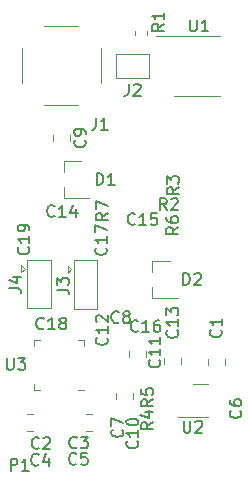
<source format=gbr>
%TF.GenerationSoftware,KiCad,Pcbnew,5.1.6*%
%TF.CreationDate,2020-08-11T21:36:28+00:00*%
%TF.ProjectId,SoundCard,536f756e-6443-4617-9264-2e6b69636164,rev?*%
%TF.SameCoordinates,Original*%
%TF.FileFunction,Legend,Top*%
%TF.FilePolarity,Positive*%
%FSLAX46Y46*%
G04 Gerber Fmt 4.6, Leading zero omitted, Abs format (unit mm)*
G04 Created by KiCad (PCBNEW 5.1.6) date 2020-08-11 21:36:28*
%MOMM*%
%LPD*%
G01*
G04 APERTURE LIST*
%ADD10C,0.120000*%
%ADD11C,0.150000*%
G04 APERTURE END LIST*
D10*
%TO.C,U3*%
X135674460Y-140828120D02*
X135199460Y-140828120D01*
X135199460Y-140828120D02*
X135199460Y-140353120D01*
X138944460Y-136608120D02*
X139419460Y-136608120D01*
X139419460Y-136608120D02*
X139419460Y-137083120D01*
X135674460Y-136608120D02*
X135199460Y-136608120D01*
X135199460Y-136608120D02*
X135199460Y-137083120D01*
X138944460Y-140828120D02*
X139419460Y-140828120D01*
%TO.C,R1*%
X144756600Y-110413481D02*
X144756600Y-110739039D01*
X143736600Y-110413481D02*
X143736600Y-110739039D01*
%TO.C,U2*%
X148678240Y-140356880D02*
X149928240Y-140356880D01*
X147428240Y-143076880D02*
X149928240Y-143076880D01*
%TO.C,J2*%
X144971200Y-112380520D02*
X144971200Y-114380520D01*
X142171200Y-112380520D02*
X144971200Y-112380520D01*
X142171200Y-114380520D02*
X142171200Y-112380520D01*
X144971200Y-114380520D02*
X142171200Y-114380520D01*
%TO.C,C13*%
X146239160Y-138660878D02*
X146239160Y-138143722D01*
X147659160Y-138660878D02*
X147659160Y-138143722D01*
%TO.C,C9*%
X138215440Y-119240942D02*
X138215440Y-119758098D01*
X136795440Y-119240942D02*
X136795440Y-119758098D01*
%TO.C,C1*%
X149917080Y-138701038D02*
X149917080Y-138183882D01*
X151337080Y-138701038D02*
X151337080Y-138183882D01*
%TO.C,D1*%
X137730200Y-121427120D02*
X139190200Y-121427120D01*
X137730200Y-124587120D02*
X139890200Y-124587120D01*
X137730200Y-124587120D02*
X137730200Y-123657120D01*
X137730200Y-121427120D02*
X137730200Y-122357120D01*
%TO.C,J1*%
X134150440Y-111900040D02*
X134150440Y-114800040D01*
X140860440Y-111900040D02*
X140860440Y-114800040D01*
X136055440Y-116705040D02*
X138955440Y-116705040D01*
X136055440Y-109995040D02*
X138955440Y-109995040D01*
%TO.C,C4*%
X135109478Y-142835560D02*
X134592322Y-142835560D01*
X135109478Y-144255560D02*
X134592322Y-144255560D01*
%TO.C,C5*%
X139591522Y-144255560D02*
X140108678Y-144255560D01*
X139591522Y-142835560D02*
X140108678Y-142835560D01*
%TO.C,C10*%
X142139600Y-141049482D02*
X142139600Y-141566638D01*
X143559600Y-141049482D02*
X143559600Y-141566638D01*
%TO.C,C11*%
X144702600Y-138040638D02*
X144702600Y-137523482D01*
X143282600Y-138040638D02*
X143282600Y-137523482D01*
%TO.C,U1*%
X149015460Y-115948600D02*
X150965460Y-115948600D01*
X149015460Y-115948600D02*
X147065460Y-115948600D01*
X149015460Y-110828600D02*
X150965460Y-110828600D01*
X149015460Y-110828600D02*
X145565460Y-110828600D01*
%TO.C,J3*%
X140562840Y-129836960D02*
X140562840Y-133936960D01*
X140562840Y-133936960D02*
X138562840Y-133936960D01*
X138562840Y-133936960D02*
X138562840Y-129836960D01*
X138562840Y-129836960D02*
X140562840Y-129836960D01*
X138362840Y-130586960D02*
X138062840Y-130286960D01*
X138062840Y-130286960D02*
X138062840Y-130886960D01*
X138362840Y-130586960D02*
X138062840Y-130886960D01*
%TO.C,D2*%
X145219640Y-129915760D02*
X146679640Y-129915760D01*
X145219640Y-133075760D02*
X147379640Y-133075760D01*
X145219640Y-133075760D02*
X145219640Y-132145760D01*
X145219640Y-129915760D02*
X145219640Y-130845760D01*
%TO.C,J4*%
X136610600Y-129816160D02*
X136610600Y-133916160D01*
X136610600Y-133916160D02*
X134610600Y-133916160D01*
X134610600Y-133916160D02*
X134610600Y-129816160D01*
X134610600Y-129816160D02*
X136610600Y-129816160D01*
X134410600Y-130566160D02*
X134110600Y-130266160D01*
X134110600Y-130266160D02*
X134110600Y-130866160D01*
X134410600Y-130566160D02*
X134110600Y-130866160D01*
%TO.C,U3*%
D11*
X132903055Y-138100820D02*
X132903055Y-138910344D01*
X132950674Y-139005582D01*
X132998293Y-139053201D01*
X133093531Y-139100820D01*
X133284007Y-139100820D01*
X133379245Y-139053201D01*
X133426864Y-139005582D01*
X133474483Y-138910344D01*
X133474483Y-138100820D01*
X133855436Y-138100820D02*
X134474483Y-138100820D01*
X134141150Y-138481773D01*
X134284007Y-138481773D01*
X134379245Y-138529392D01*
X134426864Y-138577011D01*
X134474483Y-138672249D01*
X134474483Y-138910344D01*
X134426864Y-139005582D01*
X134379245Y-139053201D01*
X134284007Y-139100820D01*
X133998293Y-139100820D01*
X133903055Y-139053201D01*
X133855436Y-139005582D01*
%TO.C,R1*%
X146202660Y-109828626D02*
X145726470Y-110161960D01*
X146202660Y-110400055D02*
X145202660Y-110400055D01*
X145202660Y-110019102D01*
X145250280Y-109923864D01*
X145297899Y-109876245D01*
X145393137Y-109828626D01*
X145535994Y-109828626D01*
X145631232Y-109876245D01*
X145678851Y-109923864D01*
X145726470Y-110019102D01*
X145726470Y-110400055D01*
X146202660Y-108876245D02*
X146202660Y-109447674D01*
X146202660Y-109161960D02*
X145202660Y-109161960D01*
X145345518Y-109257198D01*
X145440756Y-109352436D01*
X145488375Y-109447674D01*
%TO.C,P1*%
X133216424Y-147650460D02*
X133216424Y-146650460D01*
X133597377Y-146650460D01*
X133692615Y-146698080D01*
X133740234Y-146745699D01*
X133787853Y-146840937D01*
X133787853Y-146983794D01*
X133740234Y-147079032D01*
X133692615Y-147126651D01*
X133597377Y-147174270D01*
X133216424Y-147174270D01*
X134740234Y-147650460D02*
X134168805Y-147650460D01*
X134454520Y-147650460D02*
X134454520Y-146650460D01*
X134359281Y-146793318D01*
X134264043Y-146888556D01*
X134168805Y-146936175D01*
%TO.C,U2*%
X147868735Y-143429740D02*
X147868735Y-144239264D01*
X147916354Y-144334502D01*
X147963973Y-144382121D01*
X148059211Y-144429740D01*
X148249687Y-144429740D01*
X148344925Y-144382121D01*
X148392544Y-144334502D01*
X148440163Y-144239264D01*
X148440163Y-143429740D01*
X148868735Y-143524979D02*
X148916354Y-143477360D01*
X149011592Y-143429740D01*
X149249687Y-143429740D01*
X149344925Y-143477360D01*
X149392544Y-143524979D01*
X149440163Y-143620217D01*
X149440163Y-143715455D01*
X149392544Y-143858312D01*
X148821116Y-144429740D01*
X149440163Y-144429740D01*
%TO.C,R6*%
X147411700Y-127044746D02*
X146935510Y-127378080D01*
X147411700Y-127616175D02*
X146411700Y-127616175D01*
X146411700Y-127235222D01*
X146459320Y-127139984D01*
X146506939Y-127092365D01*
X146602177Y-127044746D01*
X146745034Y-127044746D01*
X146840272Y-127092365D01*
X146887891Y-127139984D01*
X146935510Y-127235222D01*
X146935510Y-127616175D01*
X146411700Y-126187603D02*
X146411700Y-126378080D01*
X146459320Y-126473318D01*
X146506939Y-126520937D01*
X146649796Y-126616175D01*
X146840272Y-126663794D01*
X147221224Y-126663794D01*
X147316462Y-126616175D01*
X147364081Y-126568556D01*
X147411700Y-126473318D01*
X147411700Y-126282841D01*
X147364081Y-126187603D01*
X147316462Y-126139984D01*
X147221224Y-126092365D01*
X146983129Y-126092365D01*
X146887891Y-126139984D01*
X146840272Y-126187603D01*
X146792653Y-126282841D01*
X146792653Y-126473318D01*
X146840272Y-126568556D01*
X146887891Y-126616175D01*
X146983129Y-126663794D01*
%TO.C,R5*%
X145286660Y-141627026D02*
X144810470Y-141960360D01*
X145286660Y-142198455D02*
X144286660Y-142198455D01*
X144286660Y-141817502D01*
X144334280Y-141722264D01*
X144381899Y-141674645D01*
X144477137Y-141627026D01*
X144619994Y-141627026D01*
X144715232Y-141674645D01*
X144762851Y-141722264D01*
X144810470Y-141817502D01*
X144810470Y-142198455D01*
X144286660Y-140722264D02*
X144286660Y-141198455D01*
X144762851Y-141246074D01*
X144715232Y-141198455D01*
X144667613Y-141103217D01*
X144667613Y-140865121D01*
X144715232Y-140769883D01*
X144762851Y-140722264D01*
X144858089Y-140674645D01*
X145096184Y-140674645D01*
X145191422Y-140722264D01*
X145239041Y-140769883D01*
X145286660Y-140865121D01*
X145286660Y-141103217D01*
X145239041Y-141198455D01*
X145191422Y-141246074D01*
%TO.C,R4*%
X145262860Y-143559826D02*
X144786670Y-143893160D01*
X145262860Y-144131255D02*
X144262860Y-144131255D01*
X144262860Y-143750302D01*
X144310480Y-143655064D01*
X144358099Y-143607445D01*
X144453337Y-143559826D01*
X144596194Y-143559826D01*
X144691432Y-143607445D01*
X144739051Y-143655064D01*
X144786670Y-143750302D01*
X144786670Y-144131255D01*
X144596194Y-142702683D02*
X145262860Y-142702683D01*
X144215241Y-142940779D02*
X144929527Y-143178874D01*
X144929527Y-142559826D01*
%TO.C,R3*%
X147452340Y-123676706D02*
X146976150Y-124010040D01*
X147452340Y-124248135D02*
X146452340Y-124248135D01*
X146452340Y-123867182D01*
X146499960Y-123771944D01*
X146547579Y-123724325D01*
X146642817Y-123676706D01*
X146785674Y-123676706D01*
X146880912Y-123724325D01*
X146928531Y-123771944D01*
X146976150Y-123867182D01*
X146976150Y-124248135D01*
X146452340Y-123343373D02*
X146452340Y-122724325D01*
X146833293Y-123057659D01*
X146833293Y-122914801D01*
X146880912Y-122819563D01*
X146928531Y-122771944D01*
X147023769Y-122724325D01*
X147261864Y-122724325D01*
X147357102Y-122771944D01*
X147404721Y-122819563D01*
X147452340Y-122914801D01*
X147452340Y-123200516D01*
X147404721Y-123295754D01*
X147357102Y-123343373D01*
%TO.C,R2*%
X146442133Y-125593100D02*
X146108800Y-125116910D01*
X145870704Y-125593100D02*
X145870704Y-124593100D01*
X146251657Y-124593100D01*
X146346895Y-124640720D01*
X146394514Y-124688339D01*
X146442133Y-124783577D01*
X146442133Y-124926434D01*
X146394514Y-125021672D01*
X146346895Y-125069291D01*
X146251657Y-125116910D01*
X145870704Y-125116910D01*
X146823085Y-124688339D02*
X146870704Y-124640720D01*
X146965942Y-124593100D01*
X147204038Y-124593100D01*
X147299276Y-124640720D01*
X147346895Y-124688339D01*
X147394514Y-124783577D01*
X147394514Y-124878815D01*
X147346895Y-125021672D01*
X146775466Y-125593100D01*
X147394514Y-125593100D01*
%TO.C,J2*%
X143227466Y-114915700D02*
X143227466Y-115629986D01*
X143179847Y-115772843D01*
X143084609Y-115868081D01*
X142941752Y-115915700D01*
X142846514Y-115915700D01*
X143656038Y-115010939D02*
X143703657Y-114963320D01*
X143798895Y-114915700D01*
X144036990Y-114915700D01*
X144132228Y-114963320D01*
X144179847Y-115010939D01*
X144227466Y-115106177D01*
X144227466Y-115201415D01*
X144179847Y-115344272D01*
X143608419Y-115915700D01*
X144227466Y-115915700D01*
%TO.C,C15*%
X143751062Y-126757702D02*
X143703443Y-126805321D01*
X143560586Y-126852940D01*
X143465348Y-126852940D01*
X143322491Y-126805321D01*
X143227253Y-126710083D01*
X143179634Y-126614845D01*
X143132015Y-126424369D01*
X143132015Y-126281512D01*
X143179634Y-126091036D01*
X143227253Y-125995798D01*
X143322491Y-125900560D01*
X143465348Y-125852940D01*
X143560586Y-125852940D01*
X143703443Y-125900560D01*
X143751062Y-125948179D01*
X144703443Y-126852940D02*
X144132015Y-126852940D01*
X144417729Y-126852940D02*
X144417729Y-125852940D01*
X144322491Y-125995798D01*
X144227253Y-126091036D01*
X144132015Y-126138655D01*
X145608205Y-125852940D02*
X145132015Y-125852940D01*
X145084396Y-126329131D01*
X145132015Y-126281512D01*
X145227253Y-126233893D01*
X145465348Y-126233893D01*
X145560586Y-126281512D01*
X145608205Y-126329131D01*
X145655824Y-126424369D01*
X145655824Y-126662464D01*
X145608205Y-126757702D01*
X145560586Y-126805321D01*
X145465348Y-126852940D01*
X145227253Y-126852940D01*
X145132015Y-126805321D01*
X145084396Y-126757702D01*
%TO.C,C13*%
X147321542Y-135775937D02*
X147369161Y-135823556D01*
X147416780Y-135966413D01*
X147416780Y-136061651D01*
X147369161Y-136204508D01*
X147273923Y-136299746D01*
X147178685Y-136347365D01*
X146988209Y-136394984D01*
X146845352Y-136394984D01*
X146654876Y-136347365D01*
X146559638Y-136299746D01*
X146464400Y-136204508D01*
X146416780Y-136061651D01*
X146416780Y-135966413D01*
X146464400Y-135823556D01*
X146512019Y-135775937D01*
X147416780Y-134823556D02*
X147416780Y-135394984D01*
X147416780Y-135109270D02*
X146416780Y-135109270D01*
X146559638Y-135204508D01*
X146654876Y-135299746D01*
X146702495Y-135394984D01*
X146416780Y-134490222D02*
X146416780Y-133871175D01*
X146797733Y-134204508D01*
X146797733Y-134061651D01*
X146845352Y-133966413D01*
X146892971Y-133918794D01*
X146988209Y-133871175D01*
X147226304Y-133871175D01*
X147321542Y-133918794D01*
X147369161Y-133966413D01*
X147416780Y-134061651D01*
X147416780Y-134347365D01*
X147369161Y-134442603D01*
X147321542Y-134490222D01*
%TO.C,C9*%
X139512582Y-119666186D02*
X139560201Y-119713805D01*
X139607820Y-119856662D01*
X139607820Y-119951900D01*
X139560201Y-120094758D01*
X139464963Y-120189996D01*
X139369725Y-120237615D01*
X139179249Y-120285234D01*
X139036392Y-120285234D01*
X138845916Y-120237615D01*
X138750678Y-120189996D01*
X138655440Y-120094758D01*
X138607820Y-119951900D01*
X138607820Y-119856662D01*
X138655440Y-119713805D01*
X138703059Y-119666186D01*
X139607820Y-119189996D02*
X139607820Y-118999520D01*
X139560201Y-118904281D01*
X139512582Y-118856662D01*
X139369725Y-118761424D01*
X139179249Y-118713805D01*
X138798297Y-118713805D01*
X138703059Y-118761424D01*
X138655440Y-118809043D01*
X138607820Y-118904281D01*
X138607820Y-119094758D01*
X138655440Y-119189996D01*
X138703059Y-119237615D01*
X138798297Y-119285234D01*
X139036392Y-119285234D01*
X139131630Y-119237615D01*
X139179249Y-119189996D01*
X139226868Y-119094758D01*
X139226868Y-118904281D01*
X139179249Y-118809043D01*
X139131630Y-118761424D01*
X139036392Y-118713805D01*
%TO.C,C6*%
X152665702Y-142564146D02*
X152713321Y-142611765D01*
X152760940Y-142754622D01*
X152760940Y-142849860D01*
X152713321Y-142992718D01*
X152618083Y-143087956D01*
X152522845Y-143135575D01*
X152332369Y-143183194D01*
X152189512Y-143183194D01*
X151999036Y-143135575D01*
X151903798Y-143087956D01*
X151808560Y-142992718D01*
X151760940Y-142849860D01*
X151760940Y-142754622D01*
X151808560Y-142611765D01*
X151856179Y-142564146D01*
X151760940Y-141707003D02*
X151760940Y-141897480D01*
X151808560Y-141992718D01*
X151856179Y-142040337D01*
X151999036Y-142135575D01*
X152189512Y-142183194D01*
X152570464Y-142183194D01*
X152665702Y-142135575D01*
X152713321Y-142087956D01*
X152760940Y-141992718D01*
X152760940Y-141802241D01*
X152713321Y-141707003D01*
X152665702Y-141659384D01*
X152570464Y-141611765D01*
X152332369Y-141611765D01*
X152237131Y-141659384D01*
X152189512Y-141707003D01*
X152141893Y-141802241D01*
X152141893Y-141992718D01*
X152189512Y-142087956D01*
X152237131Y-142135575D01*
X152332369Y-142183194D01*
%TO.C,C1*%
X150999462Y-135736626D02*
X151047081Y-135784245D01*
X151094700Y-135927102D01*
X151094700Y-136022340D01*
X151047081Y-136165198D01*
X150951843Y-136260436D01*
X150856605Y-136308055D01*
X150666129Y-136355674D01*
X150523272Y-136355674D01*
X150332796Y-136308055D01*
X150237558Y-136260436D01*
X150142320Y-136165198D01*
X150094700Y-136022340D01*
X150094700Y-135927102D01*
X150142320Y-135784245D01*
X150189939Y-135736626D01*
X151094700Y-134784245D02*
X151094700Y-135355674D01*
X151094700Y-135069960D02*
X150094700Y-135069960D01*
X150237558Y-135165198D01*
X150332796Y-135260436D01*
X150380415Y-135355674D01*
%TO.C,D1*%
X140511304Y-123464580D02*
X140511304Y-122464580D01*
X140749400Y-122464580D01*
X140892257Y-122512200D01*
X140987495Y-122607438D01*
X141035114Y-122702676D01*
X141082733Y-122893152D01*
X141082733Y-123036009D01*
X141035114Y-123226485D01*
X140987495Y-123321723D01*
X140892257Y-123416961D01*
X140749400Y-123464580D01*
X140511304Y-123464580D01*
X142035114Y-123464580D02*
X141463685Y-123464580D01*
X141749400Y-123464580D02*
X141749400Y-122464580D01*
X141654161Y-122607438D01*
X141558923Y-122702676D01*
X141463685Y-122750295D01*
%TO.C,J1*%
X140458866Y-117770660D02*
X140458866Y-118484946D01*
X140411247Y-118627803D01*
X140316009Y-118723041D01*
X140173152Y-118770660D01*
X140077914Y-118770660D01*
X141458866Y-118770660D02*
X140887438Y-118770660D01*
X141173152Y-118770660D02*
X141173152Y-117770660D01*
X141077914Y-117913518D01*
X140982676Y-118008756D01*
X140887438Y-118056375D01*
%TO.C,C2*%
X135621733Y-145706102D02*
X135574114Y-145753721D01*
X135431257Y-145801340D01*
X135336019Y-145801340D01*
X135193161Y-145753721D01*
X135097923Y-145658483D01*
X135050304Y-145563245D01*
X135002685Y-145372769D01*
X135002685Y-145229912D01*
X135050304Y-145039436D01*
X135097923Y-144944198D01*
X135193161Y-144848960D01*
X135336019Y-144801340D01*
X135431257Y-144801340D01*
X135574114Y-144848960D01*
X135621733Y-144896579D01*
X136002685Y-144896579D02*
X136050304Y-144848960D01*
X136145542Y-144801340D01*
X136383638Y-144801340D01*
X136478876Y-144848960D01*
X136526495Y-144896579D01*
X136574114Y-144991817D01*
X136574114Y-145087055D01*
X136526495Y-145229912D01*
X135955066Y-145801340D01*
X136574114Y-145801340D01*
%TO.C,C3*%
X138822133Y-145680702D02*
X138774514Y-145728321D01*
X138631657Y-145775940D01*
X138536419Y-145775940D01*
X138393561Y-145728321D01*
X138298323Y-145633083D01*
X138250704Y-145537845D01*
X138203085Y-145347369D01*
X138203085Y-145204512D01*
X138250704Y-145014036D01*
X138298323Y-144918798D01*
X138393561Y-144823560D01*
X138536419Y-144775940D01*
X138631657Y-144775940D01*
X138774514Y-144823560D01*
X138822133Y-144871179D01*
X139155466Y-144775940D02*
X139774514Y-144775940D01*
X139441180Y-145156893D01*
X139584038Y-145156893D01*
X139679276Y-145204512D01*
X139726895Y-145252131D01*
X139774514Y-145347369D01*
X139774514Y-145585464D01*
X139726895Y-145680702D01*
X139679276Y-145728321D01*
X139584038Y-145775940D01*
X139298323Y-145775940D01*
X139203085Y-145728321D01*
X139155466Y-145680702D01*
%TO.C,C4*%
X135596333Y-147128502D02*
X135548714Y-147176121D01*
X135405857Y-147223740D01*
X135310619Y-147223740D01*
X135167761Y-147176121D01*
X135072523Y-147080883D01*
X135024904Y-146985645D01*
X134977285Y-146795169D01*
X134977285Y-146652312D01*
X135024904Y-146461836D01*
X135072523Y-146366598D01*
X135167761Y-146271360D01*
X135310619Y-146223740D01*
X135405857Y-146223740D01*
X135548714Y-146271360D01*
X135596333Y-146318979D01*
X136453476Y-146557074D02*
X136453476Y-147223740D01*
X136215380Y-146176121D02*
X135977285Y-146890407D01*
X136596333Y-146890407D01*
%TO.C,C5*%
X138796733Y-147052302D02*
X138749114Y-147099921D01*
X138606257Y-147147540D01*
X138511019Y-147147540D01*
X138368161Y-147099921D01*
X138272923Y-147004683D01*
X138225304Y-146909445D01*
X138177685Y-146718969D01*
X138177685Y-146576112D01*
X138225304Y-146385636D01*
X138272923Y-146290398D01*
X138368161Y-146195160D01*
X138511019Y-146147540D01*
X138606257Y-146147540D01*
X138749114Y-146195160D01*
X138796733Y-146242779D01*
X139701495Y-146147540D02*
X139225304Y-146147540D01*
X139177685Y-146623731D01*
X139225304Y-146576112D01*
X139320542Y-146528493D01*
X139558638Y-146528493D01*
X139653876Y-146576112D01*
X139701495Y-146623731D01*
X139749114Y-146718969D01*
X139749114Y-146957064D01*
X139701495Y-147052302D01*
X139653876Y-147099921D01*
X139558638Y-147147540D01*
X139320542Y-147147540D01*
X139225304Y-147099921D01*
X139177685Y-147052302D01*
%TO.C,C7*%
X142668262Y-144179586D02*
X142715881Y-144227205D01*
X142763500Y-144370062D01*
X142763500Y-144465300D01*
X142715881Y-144608158D01*
X142620643Y-144703396D01*
X142525405Y-144751015D01*
X142334929Y-144798634D01*
X142192072Y-144798634D01*
X142001596Y-144751015D01*
X141906358Y-144703396D01*
X141811120Y-144608158D01*
X141763500Y-144465300D01*
X141763500Y-144370062D01*
X141811120Y-144227205D01*
X141858739Y-144179586D01*
X141763500Y-143846253D02*
X141763500Y-143179586D01*
X142763500Y-143608158D01*
%TO.C,C8*%
X142383213Y-135063502D02*
X142335594Y-135111121D01*
X142192737Y-135158740D01*
X142097499Y-135158740D01*
X141954641Y-135111121D01*
X141859403Y-135015883D01*
X141811784Y-134920645D01*
X141764165Y-134730169D01*
X141764165Y-134587312D01*
X141811784Y-134396836D01*
X141859403Y-134301598D01*
X141954641Y-134206360D01*
X142097499Y-134158740D01*
X142192737Y-134158740D01*
X142335594Y-134206360D01*
X142383213Y-134253979D01*
X142954641Y-134587312D02*
X142859403Y-134539693D01*
X142811784Y-134492074D01*
X142764165Y-134396836D01*
X142764165Y-134349217D01*
X142811784Y-134253979D01*
X142859403Y-134206360D01*
X142954641Y-134158740D01*
X143145118Y-134158740D01*
X143240356Y-134206360D01*
X143287975Y-134253979D01*
X143335594Y-134349217D01*
X143335594Y-134396836D01*
X143287975Y-134492074D01*
X143240356Y-134539693D01*
X143145118Y-134587312D01*
X142954641Y-134587312D01*
X142859403Y-134634931D01*
X142811784Y-134682550D01*
X142764165Y-134777788D01*
X142764165Y-134968264D01*
X142811784Y-135063502D01*
X142859403Y-135111121D01*
X142954641Y-135158740D01*
X143145118Y-135158740D01*
X143240356Y-135111121D01*
X143287975Y-135063502D01*
X143335594Y-134968264D01*
X143335594Y-134777788D01*
X143287975Y-134682550D01*
X143240356Y-134634931D01*
X143145118Y-134587312D01*
%TO.C,C10*%
X143933182Y-145143457D02*
X143980801Y-145191076D01*
X144028420Y-145333933D01*
X144028420Y-145429171D01*
X143980801Y-145572028D01*
X143885563Y-145667266D01*
X143790325Y-145714885D01*
X143599849Y-145762504D01*
X143456992Y-145762504D01*
X143266516Y-145714885D01*
X143171278Y-145667266D01*
X143076040Y-145572028D01*
X143028420Y-145429171D01*
X143028420Y-145333933D01*
X143076040Y-145191076D01*
X143123659Y-145143457D01*
X144028420Y-144191076D02*
X144028420Y-144762504D01*
X144028420Y-144476790D02*
X143028420Y-144476790D01*
X143171278Y-144572028D01*
X143266516Y-144667266D01*
X143314135Y-144762504D01*
X143028420Y-143572028D02*
X143028420Y-143476790D01*
X143076040Y-143381552D01*
X143123659Y-143333933D01*
X143218897Y-143286314D01*
X143409373Y-143238695D01*
X143647468Y-143238695D01*
X143837944Y-143286314D01*
X143933182Y-143333933D01*
X143980801Y-143381552D01*
X144028420Y-143476790D01*
X144028420Y-143572028D01*
X143980801Y-143667266D01*
X143933182Y-143714885D01*
X143837944Y-143762504D01*
X143647468Y-143810123D01*
X143409373Y-143810123D01*
X143218897Y-143762504D01*
X143123659Y-143714885D01*
X143076040Y-143667266D01*
X143028420Y-143572028D01*
%TO.C,C14*%
X136943862Y-126087142D02*
X136896243Y-126134761D01*
X136753386Y-126182380D01*
X136658148Y-126182380D01*
X136515291Y-126134761D01*
X136420053Y-126039523D01*
X136372434Y-125944285D01*
X136324815Y-125753809D01*
X136324815Y-125610952D01*
X136372434Y-125420476D01*
X136420053Y-125325238D01*
X136515291Y-125230000D01*
X136658148Y-125182380D01*
X136753386Y-125182380D01*
X136896243Y-125230000D01*
X136943862Y-125277619D01*
X137896243Y-126182380D02*
X137324815Y-126182380D01*
X137610529Y-126182380D02*
X137610529Y-125182380D01*
X137515291Y-125325238D01*
X137420053Y-125420476D01*
X137324815Y-125468095D01*
X138753386Y-125515714D02*
X138753386Y-126182380D01*
X138515291Y-125134761D02*
X138277196Y-125849047D01*
X138896243Y-125849047D01*
%TO.C,C11*%
X145817862Y-138265137D02*
X145865481Y-138312756D01*
X145913100Y-138455613D01*
X145913100Y-138550851D01*
X145865481Y-138693708D01*
X145770243Y-138788946D01*
X145675005Y-138836565D01*
X145484529Y-138884184D01*
X145341672Y-138884184D01*
X145151196Y-138836565D01*
X145055958Y-138788946D01*
X144960720Y-138693708D01*
X144913100Y-138550851D01*
X144913100Y-138455613D01*
X144960720Y-138312756D01*
X145008339Y-138265137D01*
X145913100Y-137312756D02*
X145913100Y-137884184D01*
X145913100Y-137598470D02*
X144913100Y-137598470D01*
X145055958Y-137693708D01*
X145151196Y-137788946D01*
X145198815Y-137884184D01*
X145913100Y-136360375D02*
X145913100Y-136931803D01*
X145913100Y-136646089D02*
X144913100Y-136646089D01*
X145055958Y-136741327D01*
X145151196Y-136836565D01*
X145198815Y-136931803D01*
%TO.C,C12*%
X141352542Y-136390617D02*
X141400161Y-136438236D01*
X141447780Y-136581093D01*
X141447780Y-136676331D01*
X141400161Y-136819188D01*
X141304923Y-136914426D01*
X141209685Y-136962045D01*
X141019209Y-137009664D01*
X140876352Y-137009664D01*
X140685876Y-136962045D01*
X140590638Y-136914426D01*
X140495400Y-136819188D01*
X140447780Y-136676331D01*
X140447780Y-136581093D01*
X140495400Y-136438236D01*
X140543019Y-136390617D01*
X141447780Y-135438236D02*
X141447780Y-136009664D01*
X141447780Y-135723950D02*
X140447780Y-135723950D01*
X140590638Y-135819188D01*
X140685876Y-135914426D01*
X140733495Y-136009664D01*
X140543019Y-135057283D02*
X140495400Y-135009664D01*
X140447780Y-134914426D01*
X140447780Y-134676331D01*
X140495400Y-134581093D01*
X140543019Y-134533474D01*
X140638257Y-134485855D01*
X140733495Y-134485855D01*
X140876352Y-134533474D01*
X141447780Y-135104902D01*
X141447780Y-134485855D01*
%TO.C,C18*%
X136029462Y-135596902D02*
X135981843Y-135644521D01*
X135838986Y-135692140D01*
X135743748Y-135692140D01*
X135600891Y-135644521D01*
X135505653Y-135549283D01*
X135458034Y-135454045D01*
X135410415Y-135263569D01*
X135410415Y-135120712D01*
X135458034Y-134930236D01*
X135505653Y-134834998D01*
X135600891Y-134739760D01*
X135743748Y-134692140D01*
X135838986Y-134692140D01*
X135981843Y-134739760D01*
X136029462Y-134787379D01*
X136981843Y-135692140D02*
X136410415Y-135692140D01*
X136696129Y-135692140D02*
X136696129Y-134692140D01*
X136600891Y-134834998D01*
X136505653Y-134930236D01*
X136410415Y-134977855D01*
X137553272Y-135120712D02*
X137458034Y-135073093D01*
X137410415Y-135025474D01*
X137362796Y-134930236D01*
X137362796Y-134882617D01*
X137410415Y-134787379D01*
X137458034Y-134739760D01*
X137553272Y-134692140D01*
X137743748Y-134692140D01*
X137838986Y-134739760D01*
X137886605Y-134787379D01*
X137934224Y-134882617D01*
X137934224Y-134930236D01*
X137886605Y-135025474D01*
X137838986Y-135073093D01*
X137743748Y-135120712D01*
X137553272Y-135120712D01*
X137458034Y-135168331D01*
X137410415Y-135215950D01*
X137362796Y-135311188D01*
X137362796Y-135501664D01*
X137410415Y-135596902D01*
X137458034Y-135644521D01*
X137553272Y-135692140D01*
X137743748Y-135692140D01*
X137838986Y-135644521D01*
X137886605Y-135596902D01*
X137934224Y-135501664D01*
X137934224Y-135311188D01*
X137886605Y-135215950D01*
X137838986Y-135168331D01*
X137743748Y-135120712D01*
%TO.C,R7*%
X141437620Y-125835706D02*
X140961430Y-126169040D01*
X141437620Y-126407135D02*
X140437620Y-126407135D01*
X140437620Y-126026182D01*
X140485240Y-125930944D01*
X140532859Y-125883325D01*
X140628097Y-125835706D01*
X140770954Y-125835706D01*
X140866192Y-125883325D01*
X140913811Y-125930944D01*
X140961430Y-126026182D01*
X140961430Y-126407135D01*
X140437620Y-125502373D02*
X140437620Y-124835706D01*
X141437620Y-125264278D01*
%TO.C,U1*%
X148402135Y-109464860D02*
X148402135Y-110274384D01*
X148449754Y-110369622D01*
X148497373Y-110417241D01*
X148592611Y-110464860D01*
X148783087Y-110464860D01*
X148878325Y-110417241D01*
X148925944Y-110369622D01*
X148973563Y-110274384D01*
X148973563Y-109464860D01*
X149973563Y-110464860D02*
X149402135Y-110464860D01*
X149687849Y-110464860D02*
X149687849Y-109464860D01*
X149592611Y-109607718D01*
X149497373Y-109702956D01*
X149402135Y-109750575D01*
%TO.C,J3*%
X137140700Y-132326973D02*
X137854986Y-132326973D01*
X137997843Y-132374592D01*
X138093081Y-132469830D01*
X138140700Y-132612687D01*
X138140700Y-132707925D01*
X137140700Y-131946020D02*
X137140700Y-131326973D01*
X137521653Y-131660306D01*
X137521653Y-131517449D01*
X137569272Y-131422211D01*
X137616891Y-131374592D01*
X137712129Y-131326973D01*
X137950224Y-131326973D01*
X138045462Y-131374592D01*
X138093081Y-131422211D01*
X138140700Y-131517449D01*
X138140700Y-131803163D01*
X138093081Y-131898401D01*
X138045462Y-131946020D01*
%TO.C,C16*%
X144010142Y-135810262D02*
X143962523Y-135857881D01*
X143819666Y-135905500D01*
X143724428Y-135905500D01*
X143581571Y-135857881D01*
X143486333Y-135762643D01*
X143438714Y-135667405D01*
X143391095Y-135476929D01*
X143391095Y-135334072D01*
X143438714Y-135143596D01*
X143486333Y-135048358D01*
X143581571Y-134953120D01*
X143724428Y-134905500D01*
X143819666Y-134905500D01*
X143962523Y-134953120D01*
X144010142Y-135000739D01*
X144962523Y-135905500D02*
X144391095Y-135905500D01*
X144676809Y-135905500D02*
X144676809Y-134905500D01*
X144581571Y-135048358D01*
X144486333Y-135143596D01*
X144391095Y-135191215D01*
X145819666Y-134905500D02*
X145629190Y-134905500D01*
X145533952Y-134953120D01*
X145486333Y-135000739D01*
X145391095Y-135143596D01*
X145343476Y-135334072D01*
X145343476Y-135715024D01*
X145391095Y-135810262D01*
X145438714Y-135857881D01*
X145533952Y-135905500D01*
X145724428Y-135905500D01*
X145819666Y-135857881D01*
X145867285Y-135810262D01*
X145914904Y-135715024D01*
X145914904Y-135476929D01*
X145867285Y-135381691D01*
X145819666Y-135334072D01*
X145724428Y-135286453D01*
X145533952Y-135286453D01*
X145438714Y-135334072D01*
X145391095Y-135381691D01*
X145343476Y-135476929D01*
%TO.C,D2*%
X147831584Y-131922780D02*
X147831584Y-130922780D01*
X148069680Y-130922780D01*
X148212537Y-130970400D01*
X148307775Y-131065638D01*
X148355394Y-131160876D01*
X148403013Y-131351352D01*
X148403013Y-131494209D01*
X148355394Y-131684685D01*
X148307775Y-131779923D01*
X148212537Y-131875161D01*
X148069680Y-131922780D01*
X147831584Y-131922780D01*
X148783965Y-131018019D02*
X148831584Y-130970400D01*
X148926822Y-130922780D01*
X149164918Y-130922780D01*
X149260156Y-130970400D01*
X149307775Y-131018019D01*
X149355394Y-131113257D01*
X149355394Y-131208495D01*
X149307775Y-131351352D01*
X148736346Y-131922780D01*
X149355394Y-131922780D01*
%TO.C,C17*%
X141276342Y-128765537D02*
X141323961Y-128813156D01*
X141371580Y-128956013D01*
X141371580Y-129051251D01*
X141323961Y-129194108D01*
X141228723Y-129289346D01*
X141133485Y-129336965D01*
X140943009Y-129384584D01*
X140800152Y-129384584D01*
X140609676Y-129336965D01*
X140514438Y-129289346D01*
X140419200Y-129194108D01*
X140371580Y-129051251D01*
X140371580Y-128956013D01*
X140419200Y-128813156D01*
X140466819Y-128765537D01*
X141371580Y-127813156D02*
X141371580Y-128384584D01*
X141371580Y-128098870D02*
X140371580Y-128098870D01*
X140514438Y-128194108D01*
X140609676Y-128289346D01*
X140657295Y-128384584D01*
X140371580Y-127479822D02*
X140371580Y-126813156D01*
X141371580Y-127241727D01*
%TO.C,C19*%
X134723142Y-128725177D02*
X134770761Y-128772796D01*
X134818380Y-128915653D01*
X134818380Y-129010891D01*
X134770761Y-129153748D01*
X134675523Y-129248986D01*
X134580285Y-129296605D01*
X134389809Y-129344224D01*
X134246952Y-129344224D01*
X134056476Y-129296605D01*
X133961238Y-129248986D01*
X133866000Y-129153748D01*
X133818380Y-129010891D01*
X133818380Y-128915653D01*
X133866000Y-128772796D01*
X133913619Y-128725177D01*
X134818380Y-127772796D02*
X134818380Y-128344224D01*
X134818380Y-128058510D02*
X133818380Y-128058510D01*
X133961238Y-128153748D01*
X134056476Y-128248986D01*
X134104095Y-128344224D01*
X134818380Y-127296605D02*
X134818380Y-127106129D01*
X134770761Y-127010891D01*
X134723142Y-126963272D01*
X134580285Y-126868034D01*
X134389809Y-126820415D01*
X134008857Y-126820415D01*
X133913619Y-126868034D01*
X133866000Y-126915653D01*
X133818380Y-127010891D01*
X133818380Y-127201367D01*
X133866000Y-127296605D01*
X133913619Y-127344224D01*
X134008857Y-127391843D01*
X134246952Y-127391843D01*
X134342190Y-127344224D01*
X134389809Y-127296605D01*
X134437428Y-127201367D01*
X134437428Y-127010891D01*
X134389809Y-126915653D01*
X134342190Y-126868034D01*
X134246952Y-126820415D01*
%TO.C,J4*%
X133112260Y-132189813D02*
X133826546Y-132189813D01*
X133969403Y-132237432D01*
X134064641Y-132332670D01*
X134112260Y-132475527D01*
X134112260Y-132570765D01*
X133445594Y-131285051D02*
X134112260Y-131285051D01*
X133064641Y-131523146D02*
X133778927Y-131761241D01*
X133778927Y-131142194D01*
%TD*%
M02*

</source>
